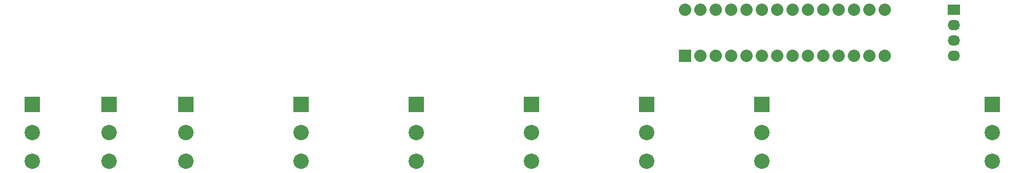
<source format=gbr>
G04 #@! TF.FileFunction,Copper,L1,Top,Signal*
%FSLAX46Y46*%
G04 Gerber Fmt 4.6, Leading zero omitted, Abs format (unit mm)*
G04 Created by KiCad (PCBNEW 4.0.2-stable) date Wednesday, 10 August 2016 'pmt' 17:46:57*
%MOMM*%
G01*
G04 APERTURE LIST*
%ADD10C,0.100000*%
%ADD11R,2.032000X1.727200*%
%ADD12O,2.032000X1.727200*%
%ADD13R,2.540000X2.540000*%
%ADD14C,2.540000*%
%ADD15R,2.032000X2.032000*%
%ADD16C,2.032000*%
G04 APERTURE END LIST*
D10*
D11*
X209550000Y-43180000D03*
D12*
X209550000Y-45720000D03*
X209550000Y-48260000D03*
X209550000Y-50800000D03*
D13*
X57150000Y-58801000D03*
D14*
X57150000Y-63500000D03*
X57150000Y-68199000D03*
D13*
X69850000Y-58801000D03*
D14*
X69850000Y-63500000D03*
X69850000Y-68199000D03*
D13*
X82550000Y-58801000D03*
D14*
X82550000Y-63500000D03*
X82550000Y-68199000D03*
D13*
X101600000Y-58801000D03*
D14*
X101600000Y-63500000D03*
X101600000Y-68199000D03*
D13*
X120650000Y-58801000D03*
D14*
X120650000Y-63500000D03*
X120650000Y-68199000D03*
D13*
X139700000Y-58801000D03*
D14*
X139700000Y-63500000D03*
X139700000Y-68199000D03*
D13*
X158750000Y-58801000D03*
D14*
X158750000Y-63500000D03*
X158750000Y-68199000D03*
D13*
X177800000Y-58801000D03*
D14*
X177800000Y-63500000D03*
X177800000Y-68199000D03*
D13*
X215900000Y-58801000D03*
D14*
X215900000Y-63500000D03*
X215900000Y-68199000D03*
D15*
X165100000Y-50800000D03*
D16*
X167640000Y-50800000D03*
X170180000Y-50800000D03*
X172720000Y-50800000D03*
X175260000Y-50800000D03*
X177800000Y-50800000D03*
X180340000Y-50800000D03*
X182880000Y-50800000D03*
X185420000Y-50800000D03*
X187960000Y-50800000D03*
X190500000Y-50800000D03*
X193040000Y-50800000D03*
X195580000Y-50800000D03*
X198120000Y-50800000D03*
X198120000Y-43180000D03*
X195580000Y-43180000D03*
X193040000Y-43180000D03*
X190500000Y-43180000D03*
X187960000Y-43180000D03*
X185420000Y-43180000D03*
X182880000Y-43180000D03*
X180340000Y-43180000D03*
X177800000Y-43180000D03*
X175260000Y-43180000D03*
X172720000Y-43180000D03*
X170180000Y-43180000D03*
X167640000Y-43180000D03*
X165100000Y-43180000D03*
M02*

</source>
